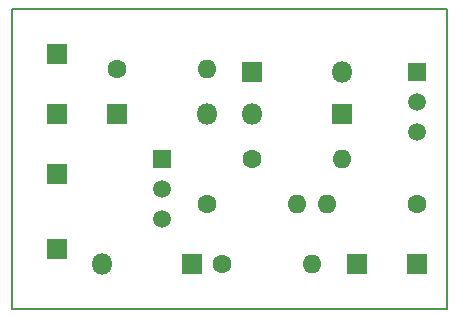
<source format=gbr>
G04 #@! TF.GenerationSoftware,KiCad,Pcbnew,5.1.4-e60b266~84~ubuntu18.04.1*
G04 #@! TF.CreationDate,2019-09-16T18:50:43-03:00*
G04 #@! TF.ProjectId,FuenteDePulsos,4675656e-7465-4446-9550-756c736f732e,rev?*
G04 #@! TF.SameCoordinates,Original*
G04 #@! TF.FileFunction,Copper,L1,Top*
G04 #@! TF.FilePolarity,Positive*
%FSLAX46Y46*%
G04 Gerber Fmt 4.6, Leading zero omitted, Abs format (unit mm)*
G04 Created by KiCad (PCBNEW 5.1.4-e60b266~84~ubuntu18.04.1) date 2019-09-16 18:50:43*
%MOMM*%
%LPD*%
G04 APERTURE LIST*
%ADD10C,0.150000*%
%ADD11O,1.600000X1.600000*%
%ADD12C,1.600000*%
%ADD13R,1.700000X1.700000*%
%ADD14O,1.800000X1.800000*%
%ADD15R,1.800000X1.800000*%
%ADD16R,1.500000X1.500000*%
%ADD17C,1.500000*%
G04 APERTURE END LIST*
D10*
X133350000Y-114300000D02*
X133350000Y-88900000D01*
X170180000Y-114300000D02*
X133350000Y-114300000D01*
X170180000Y-88900000D02*
X170180000Y-114300000D01*
X133350000Y-88900000D02*
X170180000Y-88900000D01*
D11*
X158750000Y-110490000D03*
D12*
X151130000Y-110490000D03*
D11*
X157480000Y-105410000D03*
D12*
X149860000Y-105410000D03*
D11*
X161290000Y-101600000D03*
D12*
X153670000Y-101600000D03*
D11*
X160020000Y-105410000D03*
D12*
X167640000Y-105410000D03*
D11*
X149860000Y-93980000D03*
D12*
X142240000Y-93980000D03*
D13*
X137160000Y-109220000D03*
D14*
X140970000Y-110490000D03*
D15*
X148590000Y-110490000D03*
D14*
X161290000Y-94284800D03*
D15*
X153670000Y-94284800D03*
D14*
X153670000Y-97790000D03*
D15*
X161290000Y-97790000D03*
D14*
X149860000Y-97790000D03*
D15*
X142240000Y-97790000D03*
D16*
X146050000Y-101600000D03*
D17*
X146050000Y-106680000D03*
X146050000Y-104140000D03*
D16*
X167640000Y-94310200D03*
D17*
X167640000Y-99390200D03*
X167640000Y-96850200D03*
D13*
X162560000Y-110490000D03*
X137160000Y-102870000D03*
X167640000Y-110490000D03*
X137160000Y-92710000D03*
X137160000Y-97790000D03*
M02*

</source>
